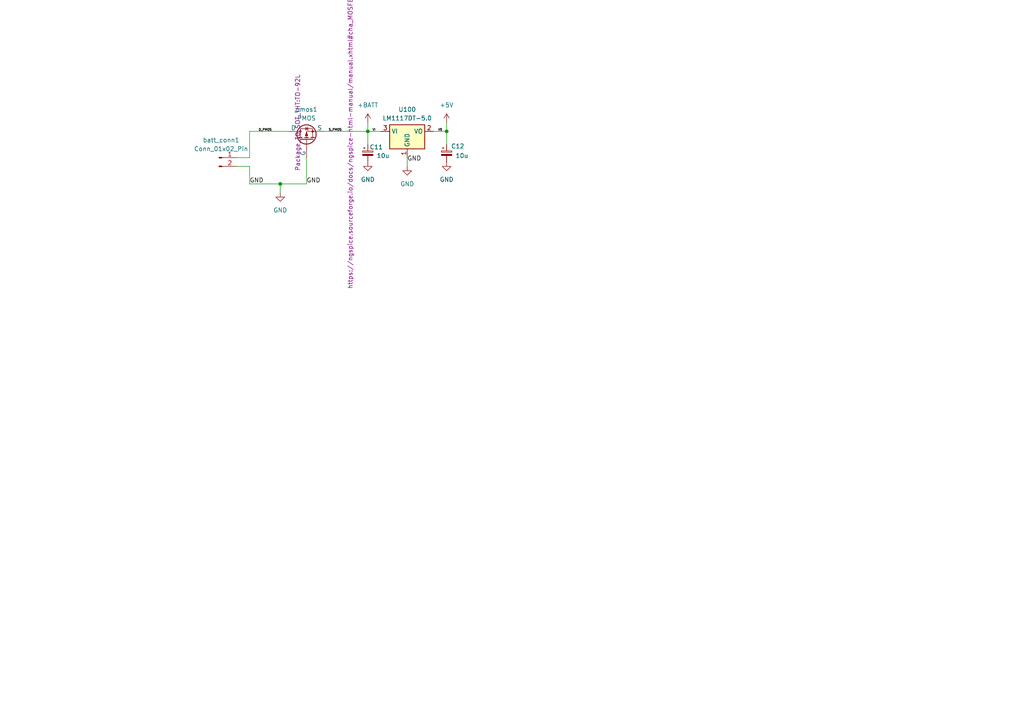
<source format=kicad_sch>
(kicad_sch
	(version 20231120)
	(generator "eeschema")
	(generator_version "8.0")
	(uuid "a8d552ff-5369-4009-ad30-4c1a48372a17")
	(paper "A4")
	(lib_symbols
		(symbol "Connector:Conn_01x02_Pin"
			(pin_names
				(offset 1.016) hide)
			(exclude_from_sim no)
			(in_bom yes)
			(on_board yes)
			(property "Reference" "J"
				(at 0 2.54 0)
				(effects
					(font
						(size 1.27 1.27)
					)
				)
			)
			(property "Value" "Conn_01x02_Pin"
				(at 0 -5.08 0)
				(effects
					(font
						(size 1.27 1.27)
					)
				)
			)
			(property "Footprint" ""
				(at 0 0 0)
				(effects
					(font
						(size 1.27 1.27)
					)
					(hide yes)
				)
			)
			(property "Datasheet" "~"
				(at 0 0 0)
				(effects
					(font
						(size 1.27 1.27)
					)
					(hide yes)
				)
			)
			(property "Description" "Generic connector, single row, 01x02, script generated"
				(at 0 0 0)
				(effects
					(font
						(size 1.27 1.27)
					)
					(hide yes)
				)
			)
			(property "ki_locked" ""
				(at 0 0 0)
				(effects
					(font
						(size 1.27 1.27)
					)
				)
			)
			(property "ki_keywords" "connector"
				(at 0 0 0)
				(effects
					(font
						(size 1.27 1.27)
					)
					(hide yes)
				)
			)
			(property "ki_fp_filters" "Connector*:*_1x??_*"
				(at 0 0 0)
				(effects
					(font
						(size 1.27 1.27)
					)
					(hide yes)
				)
			)
			(symbol "Conn_01x02_Pin_1_1"
				(polyline
					(pts
						(xy 1.27 -2.54) (xy 0.8636 -2.54)
					)
					(stroke
						(width 0.1524)
						(type default)
					)
					(fill
						(type none)
					)
				)
				(polyline
					(pts
						(xy 1.27 0) (xy 0.8636 0)
					)
					(stroke
						(width 0.1524)
						(type default)
					)
					(fill
						(type none)
					)
				)
				(rectangle
					(start 0.8636 -2.413)
					(end 0 -2.667)
					(stroke
						(width 0.1524)
						(type default)
					)
					(fill
						(type outline)
					)
				)
				(rectangle
					(start 0.8636 0.127)
					(end 0 -0.127)
					(stroke
						(width 0.1524)
						(type default)
					)
					(fill
						(type outline)
					)
				)
				(pin passive line
					(at 5.08 0 180)
					(length 3.81)
					(name "Pin_1"
						(effects
							(font
								(size 1.27 1.27)
							)
						)
					)
					(number "1"
						(effects
							(font
								(size 1.27 1.27)
							)
						)
					)
				)
				(pin passive line
					(at 5.08 -2.54 180)
					(length 3.81)
					(name "Pin_2"
						(effects
							(font
								(size 1.27 1.27)
							)
						)
					)
					(number "2"
						(effects
							(font
								(size 1.27 1.27)
							)
						)
					)
				)
			)
		)
		(symbol "Device:C_Polarized_Small"
			(pin_numbers hide)
			(pin_names
				(offset 0.254) hide)
			(exclude_from_sim no)
			(in_bom yes)
			(on_board yes)
			(property "Reference" "C"
				(at 0.254 1.778 0)
				(effects
					(font
						(size 1.27 1.27)
					)
					(justify left)
				)
			)
			(property "Value" "C_Polarized_Small"
				(at 0.254 -2.032 0)
				(effects
					(font
						(size 1.27 1.27)
					)
					(justify left)
				)
			)
			(property "Footprint" ""
				(at 0 0 0)
				(effects
					(font
						(size 1.27 1.27)
					)
					(hide yes)
				)
			)
			(property "Datasheet" "~"
				(at 0 0 0)
				(effects
					(font
						(size 1.27 1.27)
					)
					(hide yes)
				)
			)
			(property "Description" "Polarized capacitor, small symbol"
				(at 0 0 0)
				(effects
					(font
						(size 1.27 1.27)
					)
					(hide yes)
				)
			)
			(property "ki_keywords" "cap capacitor"
				(at 0 0 0)
				(effects
					(font
						(size 1.27 1.27)
					)
					(hide yes)
				)
			)
			(property "ki_fp_filters" "CP_*"
				(at 0 0 0)
				(effects
					(font
						(size 1.27 1.27)
					)
					(hide yes)
				)
			)
			(symbol "C_Polarized_Small_0_1"
				(rectangle
					(start -1.524 -0.3048)
					(end 1.524 -0.6858)
					(stroke
						(width 0)
						(type default)
					)
					(fill
						(type outline)
					)
				)
				(rectangle
					(start -1.524 0.6858)
					(end 1.524 0.3048)
					(stroke
						(width 0)
						(type default)
					)
					(fill
						(type none)
					)
				)
				(polyline
					(pts
						(xy -1.27 1.524) (xy -0.762 1.524)
					)
					(stroke
						(width 0)
						(type default)
					)
					(fill
						(type none)
					)
				)
				(polyline
					(pts
						(xy -1.016 1.27) (xy -1.016 1.778)
					)
					(stroke
						(width 0)
						(type default)
					)
					(fill
						(type none)
					)
				)
			)
			(symbol "C_Polarized_Small_1_1"
				(pin passive line
					(at 0 2.54 270)
					(length 1.8542)
					(name "~"
						(effects
							(font
								(size 1.27 1.27)
							)
						)
					)
					(number "1"
						(effects
							(font
								(size 1.27 1.27)
							)
						)
					)
				)
				(pin passive line
					(at 0 -2.54 90)
					(length 1.8542)
					(name "~"
						(effects
							(font
								(size 1.27 1.27)
							)
						)
					)
					(number "2"
						(effects
							(font
								(size 1.27 1.27)
							)
						)
					)
				)
			)
		)
		(symbol "Regulator_Linear:LM1117DT-5.0"
			(exclude_from_sim no)
			(in_bom yes)
			(on_board yes)
			(property "Reference" "U"
				(at -3.81 3.175 0)
				(effects
					(font
						(size 1.27 1.27)
					)
				)
			)
			(property "Value" "LM1117DT-5.0"
				(at 0 3.175 0)
				(effects
					(font
						(size 1.27 1.27)
					)
					(justify left)
				)
			)
			(property "Footprint" "Package_TO_SOT_SMD:TO-252-3_TabPin2"
				(at 0 0 0)
				(effects
					(font
						(size 1.27 1.27)
					)
					(hide yes)
				)
			)
			(property "Datasheet" "http://www.ti.com/lit/ds/symlink/lm1117.pdf"
				(at 0 0 0)
				(effects
					(font
						(size 1.27 1.27)
					)
					(hide yes)
				)
			)
			(property "Description" "800mA Low-Dropout Linear Regulator, 5.0V fixed output, TO-252"
				(at 0 0 0)
				(effects
					(font
						(size 1.27 1.27)
					)
					(hide yes)
				)
			)
			(property "ki_keywords" "linear regulator ldo fixed positive"
				(at 0 0 0)
				(effects
					(font
						(size 1.27 1.27)
					)
					(hide yes)
				)
			)
			(property "ki_fp_filters" "TO?252*"
				(at 0 0 0)
				(effects
					(font
						(size 1.27 1.27)
					)
					(hide yes)
				)
			)
			(symbol "LM1117DT-5.0_0_1"
				(rectangle
					(start -5.08 -5.08)
					(end 5.08 1.905)
					(stroke
						(width 0.254)
						(type default)
					)
					(fill
						(type background)
					)
				)
			)
			(symbol "LM1117DT-5.0_1_1"
				(pin power_in line
					(at 0 -7.62 90)
					(length 2.54)
					(name "GND"
						(effects
							(font
								(size 1.27 1.27)
							)
						)
					)
					(number "1"
						(effects
							(font
								(size 1.27 1.27)
							)
						)
					)
				)
				(pin power_out line
					(at 7.62 0 180)
					(length 2.54)
					(name "VO"
						(effects
							(font
								(size 1.27 1.27)
							)
						)
					)
					(number "2"
						(effects
							(font
								(size 1.27 1.27)
							)
						)
					)
				)
				(pin power_in line
					(at -7.62 0 0)
					(length 2.54)
					(name "VI"
						(effects
							(font
								(size 1.27 1.27)
							)
						)
					)
					(number "3"
						(effects
							(font
								(size 1.27 1.27)
							)
						)
					)
				)
			)
		)
		(symbol "Simulation_SPICE:PMOS"
			(pin_numbers hide)
			(pin_names
				(offset 0)
			)
			(exclude_from_sim no)
			(in_bom yes)
			(on_board yes)
			(property "Reference" "Q"
				(at 5.08 1.27 0)
				(effects
					(font
						(size 1.27 1.27)
					)
					(justify left)
				)
			)
			(property "Value" "PMOS"
				(at 5.08 -1.27 0)
				(effects
					(font
						(size 1.27 1.27)
					)
					(justify left)
				)
			)
			(property "Footprint" ""
				(at 5.08 2.54 0)
				(effects
					(font
						(size 1.27 1.27)
					)
					(hide yes)
				)
			)
			(property "Datasheet" "https://ngspice.sourceforge.io/docs/ngspice-html-manual/manual.xhtml#cha_MOSFETs"
				(at 0 -12.7 0)
				(effects
					(font
						(size 1.27 1.27)
					)
					(hide yes)
				)
			)
			(property "Description" "P-MOSFET transistor, drain/source/gate"
				(at 0 0 0)
				(effects
					(font
						(size 1.27 1.27)
					)
					(hide yes)
				)
			)
			(property "Sim.Device" "PMOS"
				(at 0 -17.145 0)
				(effects
					(font
						(size 1.27 1.27)
					)
					(hide yes)
				)
			)
			(property "Sim.Type" "VDMOS"
				(at 0 -19.05 0)
				(effects
					(font
						(size 1.27 1.27)
					)
					(hide yes)
				)
			)
			(property "Sim.Pins" "1=D 2=G 3=S"
				(at 0 -15.24 0)
				(effects
					(font
						(size 1.27 1.27)
					)
					(hide yes)
				)
			)
			(property "ki_keywords" "transistor PMOS P-MOS P-MOSFET simulation"
				(at 0 0 0)
				(effects
					(font
						(size 1.27 1.27)
					)
					(hide yes)
				)
			)
			(symbol "PMOS_0_1"
				(polyline
					(pts
						(xy 0.254 0) (xy -2.54 0)
					)
					(stroke
						(width 0)
						(type default)
					)
					(fill
						(type none)
					)
				)
				(polyline
					(pts
						(xy 0.254 1.905) (xy 0.254 -1.905)
					)
					(stroke
						(width 0.254)
						(type default)
					)
					(fill
						(type none)
					)
				)
				(polyline
					(pts
						(xy 0.762 -1.27) (xy 0.762 -2.286)
					)
					(stroke
						(width 0.254)
						(type default)
					)
					(fill
						(type none)
					)
				)
				(polyline
					(pts
						(xy 0.762 0.508) (xy 0.762 -0.508)
					)
					(stroke
						(width 0.254)
						(type default)
					)
					(fill
						(type none)
					)
				)
				(polyline
					(pts
						(xy 0.762 2.286) (xy 0.762 1.27)
					)
					(stroke
						(width 0.254)
						(type default)
					)
					(fill
						(type none)
					)
				)
				(polyline
					(pts
						(xy 2.54 2.54) (xy 2.54 1.778)
					)
					(stroke
						(width 0)
						(type default)
					)
					(fill
						(type none)
					)
				)
				(polyline
					(pts
						(xy 2.54 -2.54) (xy 2.54 0) (xy 0.762 0)
					)
					(stroke
						(width 0)
						(type default)
					)
					(fill
						(type none)
					)
				)
				(polyline
					(pts
						(xy 0.762 1.778) (xy 3.302 1.778) (xy 3.302 -1.778) (xy 0.762 -1.778)
					)
					(stroke
						(width 0)
						(type default)
					)
					(fill
						(type none)
					)
				)
				(polyline
					(pts
						(xy 2.286 0) (xy 1.27 0.381) (xy 1.27 -0.381) (xy 2.286 0)
					)
					(stroke
						(width 0)
						(type default)
					)
					(fill
						(type outline)
					)
				)
				(polyline
					(pts
						(xy 2.794 -0.508) (xy 2.921 -0.381) (xy 3.683 -0.381) (xy 3.81 -0.254)
					)
					(stroke
						(width 0)
						(type default)
					)
					(fill
						(type none)
					)
				)
				(polyline
					(pts
						(xy 3.302 -0.381) (xy 2.921 0.254) (xy 3.683 0.254) (xy 3.302 -0.381)
					)
					(stroke
						(width 0)
						(type default)
					)
					(fill
						(type none)
					)
				)
				(circle
					(center 1.651 0)
					(radius 2.794)
					(stroke
						(width 0.254)
						(type default)
					)
					(fill
						(type none)
					)
				)
				(circle
					(center 2.54 -1.778)
					(radius 0.254)
					(stroke
						(width 0)
						(type default)
					)
					(fill
						(type outline)
					)
				)
				(circle
					(center 2.54 1.778)
					(radius 0.254)
					(stroke
						(width 0)
						(type default)
					)
					(fill
						(type outline)
					)
				)
			)
			(symbol "PMOS_1_1"
				(pin passive line
					(at 2.54 5.08 270)
					(length 2.54)
					(name "D"
						(effects
							(font
								(size 1.27 1.27)
							)
						)
					)
					(number "1"
						(effects
							(font
								(size 1.27 1.27)
							)
						)
					)
				)
				(pin input line
					(at -5.08 0 0)
					(length 2.54)
					(name "G"
						(effects
							(font
								(size 1.27 1.27)
							)
						)
					)
					(number "2"
						(effects
							(font
								(size 1.27 1.27)
							)
						)
					)
				)
				(pin passive line
					(at 2.54 -5.08 90)
					(length 2.54)
					(name "S"
						(effects
							(font
								(size 1.27 1.27)
							)
						)
					)
					(number "3"
						(effects
							(font
								(size 1.27 1.27)
							)
						)
					)
				)
			)
		)
		(symbol "power:+5V"
			(power)
			(pin_numbers hide)
			(pin_names
				(offset 0) hide)
			(exclude_from_sim no)
			(in_bom yes)
			(on_board yes)
			(property "Reference" "#PWR"
				(at 0 -3.81 0)
				(effects
					(font
						(size 1.27 1.27)
					)
					(hide yes)
				)
			)
			(property "Value" "+5V"
				(at 0 3.556 0)
				(effects
					(font
						(size 1.27 1.27)
					)
				)
			)
			(property "Footprint" ""
				(at 0 0 0)
				(effects
					(font
						(size 1.27 1.27)
					)
					(hide yes)
				)
			)
			(property "Datasheet" ""
				(at 0 0 0)
				(effects
					(font
						(size 1.27 1.27)
					)
					(hide yes)
				)
			)
			(property "Description" "Power symbol creates a global label with name \"+5V\""
				(at 0 0 0)
				(effects
					(font
						(size 1.27 1.27)
					)
					(hide yes)
				)
			)
			(property "ki_keywords" "global power"
				(at 0 0 0)
				(effects
					(font
						(size 1.27 1.27)
					)
					(hide yes)
				)
			)
			(symbol "+5V_0_1"
				(polyline
					(pts
						(xy -0.762 1.27) (xy 0 2.54)
					)
					(stroke
						(width 0)
						(type default)
					)
					(fill
						(type none)
					)
				)
				(polyline
					(pts
						(xy 0 0) (xy 0 2.54)
					)
					(stroke
						(width 0)
						(type default)
					)
					(fill
						(type none)
					)
				)
				(polyline
					(pts
						(xy 0 2.54) (xy 0.762 1.27)
					)
					(stroke
						(width 0)
						(type default)
					)
					(fill
						(type none)
					)
				)
			)
			(symbol "+5V_1_1"
				(pin power_in line
					(at 0 0 90)
					(length 0)
					(name "~"
						(effects
							(font
								(size 1.27 1.27)
							)
						)
					)
					(number "1"
						(effects
							(font
								(size 1.27 1.27)
							)
						)
					)
				)
			)
		)
		(symbol "power:+BATT"
			(power)
			(pin_numbers hide)
			(pin_names
				(offset 0) hide)
			(exclude_from_sim no)
			(in_bom yes)
			(on_board yes)
			(property "Reference" "#PWR"
				(at 0 -3.81 0)
				(effects
					(font
						(size 1.27 1.27)
					)
					(hide yes)
				)
			)
			(property "Value" "+BATT"
				(at 0 3.556 0)
				(effects
					(font
						(size 1.27 1.27)
					)
				)
			)
			(property "Footprint" ""
				(at 0 0 0)
				(effects
					(font
						(size 1.27 1.27)
					)
					(hide yes)
				)
			)
			(property "Datasheet" ""
				(at 0 0 0)
				(effects
					(font
						(size 1.27 1.27)
					)
					(hide yes)
				)
			)
			(property "Description" "Power symbol creates a global label with name \"+BATT\""
				(at 0 0 0)
				(effects
					(font
						(size 1.27 1.27)
					)
					(hide yes)
				)
			)
			(property "ki_keywords" "global power battery"
				(at 0 0 0)
				(effects
					(font
						(size 1.27 1.27)
					)
					(hide yes)
				)
			)
			(symbol "+BATT_0_1"
				(polyline
					(pts
						(xy -0.762 1.27) (xy 0 2.54)
					)
					(stroke
						(width 0)
						(type default)
					)
					(fill
						(type none)
					)
				)
				(polyline
					(pts
						(xy 0 0) (xy 0 2.54)
					)
					(stroke
						(width 0)
						(type default)
					)
					(fill
						(type none)
					)
				)
				(polyline
					(pts
						(xy 0 2.54) (xy 0.762 1.27)
					)
					(stroke
						(width 0)
						(type default)
					)
					(fill
						(type none)
					)
				)
			)
			(symbol "+BATT_1_1"
				(pin power_in line
					(at 0 0 90)
					(length 0)
					(name "~"
						(effects
							(font
								(size 1.27 1.27)
							)
						)
					)
					(number "1"
						(effects
							(font
								(size 1.27 1.27)
							)
						)
					)
				)
			)
		)
		(symbol "power:GND"
			(power)
			(pin_numbers hide)
			(pin_names
				(offset 0) hide)
			(exclude_from_sim no)
			(in_bom yes)
			(on_board yes)
			(property "Reference" "#PWR"
				(at 0 -6.35 0)
				(effects
					(font
						(size 1.27 1.27)
					)
					(hide yes)
				)
			)
			(property "Value" "GND"
				(at 0 -3.81 0)
				(effects
					(font
						(size 1.27 1.27)
					)
				)
			)
			(property "Footprint" ""
				(at 0 0 0)
				(effects
					(font
						(size 1.27 1.27)
					)
					(hide yes)
				)
			)
			(property "Datasheet" ""
				(at 0 0 0)
				(effects
					(font
						(size 1.27 1.27)
					)
					(hide yes)
				)
			)
			(property "Description" "Power symbol creates a global label with name \"GND\" , ground"
				(at 0 0 0)
				(effects
					(font
						(size 1.27 1.27)
					)
					(hide yes)
				)
			)
			(property "ki_keywords" "global power"
				(at 0 0 0)
				(effects
					(font
						(size 1.27 1.27)
					)
					(hide yes)
				)
			)
			(symbol "GND_0_1"
				(polyline
					(pts
						(xy 0 0) (xy 0 -1.27) (xy 1.27 -1.27) (xy 0 -2.54) (xy -1.27 -1.27) (xy 0 -1.27)
					)
					(stroke
						(width 0)
						(type default)
					)
					(fill
						(type none)
					)
				)
			)
			(symbol "GND_1_1"
				(pin power_in line
					(at 0 0 270)
					(length 0)
					(name "~"
						(effects
							(font
								(size 1.27 1.27)
							)
						)
					)
					(number "1"
						(effects
							(font
								(size 1.27 1.27)
							)
						)
					)
				)
			)
		)
	)
	(junction
		(at 81.28 53.34)
		(diameter 0)
		(color 0 0 0 0)
		(uuid "25e7243f-c9c6-4223-b31d-7c30212be0e2")
	)
	(junction
		(at 106.68 38.1)
		(diameter 0)
		(color 0 0 0 0)
		(uuid "447c5a52-73ee-417b-805f-82bb437dcb54")
	)
	(junction
		(at 129.54 38.1)
		(diameter 0)
		(color 0 0 0 0)
		(uuid "968c88a2-9435-48f6-a31e-ec7c5af940af")
	)
	(wire
		(pts
			(xy 72.39 38.1) (xy 72.39 45.72)
		)
		(stroke
			(width 0)
			(type default)
		)
		(uuid "200ec918-b102-48e8-8bf6-096ba59d1165")
	)
	(wire
		(pts
			(xy 129.54 35.56) (xy 129.54 38.1)
		)
		(stroke
			(width 0)
			(type default)
		)
		(uuid "20d80364-41b6-42d3-a9b3-a834c30fadf2")
	)
	(wire
		(pts
			(xy 83.82 38.1) (xy 72.39 38.1)
		)
		(stroke
			(width 0)
			(type default)
		)
		(uuid "23f679c3-6187-4bb1-bfa9-81356a896345")
	)
	(wire
		(pts
			(xy 129.54 38.1) (xy 129.54 41.91)
		)
		(stroke
			(width 0)
			(type default)
		)
		(uuid "3090540a-5979-43f9-8397-e2518e6973fe")
	)
	(wire
		(pts
			(xy 72.39 53.34) (xy 81.28 53.34)
		)
		(stroke
			(width 0)
			(type default)
		)
		(uuid "4d063e22-364e-4d27-be18-2a6e2b7f8a66")
	)
	(wire
		(pts
			(xy 72.39 48.26) (xy 72.39 53.34)
		)
		(stroke
			(width 0)
			(type default)
		)
		(uuid "537e8c8e-069f-4496-8eae-5590d2e239c5")
	)
	(wire
		(pts
			(xy 118.11 45.72) (xy 118.11 48.26)
		)
		(stroke
			(width 0)
			(type default)
		)
		(uuid "669f675f-2e14-439e-bda4-6449ff59a447")
	)
	(wire
		(pts
			(xy 125.73 38.1) (xy 129.54 38.1)
		)
		(stroke
			(width 0)
			(type default)
		)
		(uuid "7010ae27-697b-4754-8ccd-abe498cf63dd")
	)
	(wire
		(pts
			(xy 110.49 38.1) (xy 106.68 38.1)
		)
		(stroke
			(width 0)
			(type default)
		)
		(uuid "7b7f268c-58f4-437c-ac01-5269121937c1")
	)
	(wire
		(pts
			(xy 68.58 48.26) (xy 72.39 48.26)
		)
		(stroke
			(width 0)
			(type default)
		)
		(uuid "b52731ee-cb51-4e89-890b-915e6ea5c9cf")
	)
	(wire
		(pts
			(xy 81.28 53.34) (xy 81.28 55.88)
		)
		(stroke
			(width 0)
			(type default)
		)
		(uuid "bb244b9d-dedb-4d66-ba82-b769f719335d")
	)
	(wire
		(pts
			(xy 81.28 53.34) (xy 88.9 53.34)
		)
		(stroke
			(width 0)
			(type default)
		)
		(uuid "c347963f-6d46-49ad-9258-6c6e4e6dfdd5")
	)
	(wire
		(pts
			(xy 68.58 45.72) (xy 72.39 45.72)
		)
		(stroke
			(width 0)
			(type default)
		)
		(uuid "dac24054-c650-481a-9747-783d8aea3a05")
	)
	(wire
		(pts
			(xy 106.68 38.1) (xy 106.68 41.91)
		)
		(stroke
			(width 0)
			(type default)
		)
		(uuid "dddcc057-8315-4784-81a9-1dae8a9b0847")
	)
	(wire
		(pts
			(xy 88.9 45.72) (xy 88.9 53.34)
		)
		(stroke
			(width 0)
			(type default)
		)
		(uuid "ee7726e8-8405-45fc-9ff3-b200afae5f62")
	)
	(wire
		(pts
			(xy 106.68 35.56) (xy 106.68 38.1)
		)
		(stroke
			(width 0)
			(type default)
		)
		(uuid "ef7b42b5-830c-48a3-9879-c8085f5ee410")
	)
	(wire
		(pts
			(xy 93.98 38.1) (xy 106.68 38.1)
		)
		(stroke
			(width 0)
			(type default)
		)
		(uuid "f5f7b3ce-5e86-4754-af5b-5bffa9c55ff7")
	)
	(label "GND"
		(at 118.11 46.99 0)
		(fields_autoplaced yes)
		(effects
			(font
				(size 1.27 1.27)
			)
			(justify left bottom)
		)
		(uuid "0c38b3f7-8d52-401b-8013-590fafde260d")
	)
	(label "S_PMOS"
		(at 95.25 38.1 0)
		(fields_autoplaced yes)
		(effects
			(font
				(size 0.635 0.635)
			)
			(justify left bottom)
		)
		(uuid "8876308f-b682-466d-97fa-cbd0d42bac21")
	)
	(label "GND"
		(at 72.39 53.34 0)
		(fields_autoplaced yes)
		(effects
			(font
				(size 1.27 1.27)
			)
			(justify left bottom)
		)
		(uuid "8a418fac-b924-4b73-87c8-afe5bc075dcf")
	)
	(label "VI"
		(at 107.95 38.1 0)
		(fields_autoplaced yes)
		(effects
			(font
				(size 0.635 0.635)
			)
			(justify left bottom)
		)
		(uuid "9695a6bf-d76e-4b18-876b-ca98ceea6f8c")
	)
	(label "V0"
		(at 127 38.1 0)
		(fields_autoplaced yes)
		(effects
			(font
				(size 0.635 0.635)
			)
			(justify left bottom)
		)
		(uuid "992b045d-3974-4fa4-b8d5-0284d6bcfe27")
	)
	(label "GND"
		(at 88.9 53.34 0)
		(fields_autoplaced yes)
		(effects
			(font
				(size 1.27 1.27)
			)
			(justify left bottom)
		)
		(uuid "a8b47544-6807-49ee-9b65-0979e5c40ff0")
	)
	(label "D_PMOS"
		(at 74.93 38.1 0)
		(fields_autoplaced yes)
		(effects
			(font
				(size 0.635 0.635)
			)
			(justify left bottom)
		)
		(uuid "f2d60ff3-0e81-4446-bc15-36cd363f8c46")
	)
	(symbol
		(lib_id "Simulation_SPICE:PMOS")
		(at 88.9 40.64 90)
		(unit 1)
		(exclude_from_sim no)
		(in_bom yes)
		(on_board yes)
		(dnp no)
		(fields_autoplaced yes)
		(uuid "5cdf1743-8b26-4c0e-9c1f-f0057c1167fe")
		(property "Reference" "pmos1"
			(at 88.9 31.75 90)
			(effects
				(font
					(size 1.27 1.27)
				)
			)
		)
		(property "Value" "PMOS"
			(at 88.9 34.29 90)
			(effects
				(font
					(size 1.27 1.27)
				)
			)
		)
		(property "Footprint" "Package_TO_SOT_THT:TO-92L"
			(at 86.36 35.56 0)
			(effects
				(font
					(size 1.27 1.27)
				)
			)
		)
		(property "Datasheet" "https://ngspice.sourceforge.io/docs/ngspice-html-manual/manual.xhtml#cha_MOSFETs"
			(at 101.6 40.64 0)
			(effects
				(font
					(size 1.27 1.27)
				)
			)
		)
		(property "Description" "P-MOSFET transistor, drain/source/gate"
			(at 88.9 40.64 0)
			(effects
				(font
					(size 1.27 1.27)
				)
				(hide yes)
			)
		)
		(property "Sim.Device" "PMOS"
			(at 106.045 40.64 0)
			(effects
				(font
					(size 1.27 1.27)
				)
				(hide yes)
			)
		)
		(property "Sim.Type" "VDMOS"
			(at 107.95 40.64 0)
			(effects
				(font
					(size 1.27 1.27)
				)
				(hide yes)
			)
		)
		(property "Sim.Pins" "1=D 2=G 3=S"
			(at 104.14 40.64 0)
			(effects
				(font
					(size 1.27 1.27)
				)
				(hide yes)
			)
		)
		(pin "1"
			(uuid "22f254a2-b759-4a7e-ad83-4311daeee344")
		)
		(pin "2"
			(uuid "365ae615-690c-4ee5-b8d1-e5114ef75d33")
		)
		(pin "3"
			(uuid "5bd76c64-7352-489a-9b1e-de3c546ede04")
		)
		(instances
			(project "konar2"
				(path "/c9154aa1-f1b7-423e-bcde-0c6434e2094e/4f8cc590-3289-4489-b517-b98cea91fd2a"
					(reference "pmos1")
					(unit 1)
				)
			)
		)
	)
	(symbol
		(lib_id "Connector:Conn_01x02_Pin")
		(at 63.5 45.72 0)
		(unit 1)
		(exclude_from_sim no)
		(in_bom yes)
		(on_board yes)
		(dnp no)
		(fields_autoplaced yes)
		(uuid "68aed9b4-ba9c-4e33-a224-43773cc3e847")
		(property "Reference" "batt_conn1"
			(at 64.135 40.64 0)
			(effects
				(font
					(size 1.27 1.27)
				)
			)
		)
		(property "Value" "Conn_01x02_Pin"
			(at 64.135 43.18 0)
			(effects
				(font
					(size 1.27 1.27)
				)
			)
		)
		(property "Footprint" "Connector_PinHeader_2.54mm:PinHeader_1x02_P2.54mm_Vertical"
			(at 63.5 45.72 0)
			(effects
				(font
					(size 1.27 1.27)
				)
				(hide yes)
			)
		)
		(property "Datasheet" "~"
			(at 63.5 45.72 0)
			(effects
				(font
					(size 1.27 1.27)
				)
				(hide yes)
			)
		)
		(property "Description" "Generic connector, single row, 01x02, script generated"
			(at 63.5 45.72 0)
			(effects
				(font
					(size 1.27 1.27)
				)
				(hide yes)
			)
		)
		(pin "2"
			(uuid "76b2f038-860f-4e10-b143-f4c9ddf62772")
		)
		(pin "1"
			(uuid "30f45598-0a96-483a-b231-64163aeb5798")
		)
		(instances
			(project "konar2"
				(path "/c9154aa1-f1b7-423e-bcde-0c6434e2094e/4f8cc590-3289-4489-b517-b98cea91fd2a"
					(reference "batt_conn1")
					(unit 1)
				)
			)
		)
	)
	(symbol
		(lib_id "power:GND")
		(at 118.11 48.26 0)
		(unit 1)
		(exclude_from_sim no)
		(in_bom yes)
		(on_board yes)
		(dnp no)
		(fields_autoplaced yes)
		(uuid "990ffa55-60b2-495c-941d-2cc7642bd6d8")
		(property "Reference" "#PWR0119"
			(at 118.11 54.61 0)
			(effects
				(font
					(size 1.27 1.27)
				)
				(hide yes)
			)
		)
		(property "Value" "GND"
			(at 118.11 53.34 0)
			(effects
				(font
					(size 1.27 1.27)
				)
			)
		)
		(property "Footprint" ""
			(at 118.11 48.26 0)
			(effects
				(font
					(size 1.27 1.27)
				)
				(hide yes)
			)
		)
		(property "Datasheet" ""
			(at 118.11 48.26 0)
			(effects
				(font
					(size 1.27 1.27)
				)
				(hide yes)
			)
		)
		(property "Description" "Power symbol creates a global label with name \"GND\" , ground"
			(at 118.11 48.26 0)
			(effects
				(font
					(size 1.27 1.27)
				)
				(hide yes)
			)
		)
		(pin "1"
			(uuid "263ba151-8e83-4aab-8518-91114293a915")
		)
		(instances
			(project "konar1"
				(path "/7e303391-5486-4b35-a8df-33fbbc6d40dd/1b106632-a784-4edc-83be-0508867a2b9a"
					(reference "#PWR0119")
					(unit 1)
				)
			)
			(project "konar2"
				(path "/c9154aa1-f1b7-423e-bcde-0c6434e2094e/4f8cc590-3289-4489-b517-b98cea91fd2a"
					(reference "#PWR024")
					(unit 1)
				)
			)
		)
	)
	(symbol
		(lib_id "Device:C_Polarized_Small")
		(at 106.68 44.45 0)
		(unit 1)
		(exclude_from_sim no)
		(in_bom yes)
		(on_board yes)
		(dnp no)
		(uuid "a5f66b8e-95e8-4bb9-963b-74fa7746adb4")
		(property "Reference" "C11"
			(at 107.188 42.672 0)
			(effects
				(font
					(size 1.27 1.27)
				)
				(justify left)
			)
		)
		(property "Value" "10u"
			(at 109.22 45.1738 0)
			(effects
				(font
					(size 1.27 1.27)
				)
				(justify left)
			)
		)
		(property "Footprint" "Capacitor_Tantalum_SMD:CP_EIA-3528-12_Kemet-T"
			(at 106.68 44.45 0)
			(effects
				(font
					(size 1.27 1.27)
				)
				(hide yes)
			)
		)
		(property "Datasheet" "~"
			(at 106.68 44.45 0)
			(effects
				(font
					(size 1.27 1.27)
				)
				(hide yes)
			)
		)
		(property "Description" "Polarized capacitor, small symbol"
			(at 106.68 44.45 0)
			(effects
				(font
					(size 1.27 1.27)
				)
				(hide yes)
			)
		)
		(pin "1"
			(uuid "2ac3a42e-f90e-48a6-b801-47748a112de1")
		)
		(pin "2"
			(uuid "b889c827-20ef-47be-b23c-2878f90f72f0")
		)
		(instances
			(project "konar1"
				(path "/7e303391-5486-4b35-a8df-33fbbc6d40dd/1b106632-a784-4edc-83be-0508867a2b9a"
					(reference "C11")
					(unit 1)
				)
			)
			(project "konar2"
				(path "/c9154aa1-f1b7-423e-bcde-0c6434e2094e/4f8cc590-3289-4489-b517-b98cea91fd2a"
					(reference "C1")
					(unit 1)
				)
			)
		)
	)
	(symbol
		(lib_id "power:+5V")
		(at 129.54 35.56 0)
		(unit 1)
		(exclude_from_sim no)
		(in_bom yes)
		(on_board yes)
		(dnp no)
		(fields_autoplaced yes)
		(uuid "aedeec13-cfba-47ff-9cfb-ba6e64093b22")
		(property "Reference" "#PWR0100"
			(at 129.54 39.37 0)
			(effects
				(font
					(size 1.27 1.27)
				)
				(hide yes)
			)
		)
		(property "Value" "+5V"
			(at 129.54 30.48 0)
			(effects
				(font
					(size 1.27 1.27)
				)
			)
		)
		(property "Footprint" ""
			(at 129.54 35.56 0)
			(effects
				(font
					(size 1.27 1.27)
				)
				(hide yes)
			)
		)
		(property "Datasheet" ""
			(at 129.54 35.56 0)
			(effects
				(font
					(size 1.27 1.27)
				)
				(hide yes)
			)
		)
		(property "Description" "Power symbol creates a global label with name \"+5V\""
			(at 129.54 35.56 0)
			(effects
				(font
					(size 1.27 1.27)
				)
				(hide yes)
			)
		)
		(pin "1"
			(uuid "597e641d-2bf6-436d-a63b-5b8763c372ef")
		)
		(instances
			(project "konar1"
				(path "/7e303391-5486-4b35-a8df-33fbbc6d40dd/1b106632-a784-4edc-83be-0508867a2b9a"
					(reference "#PWR0100")
					(unit 1)
				)
			)
			(project "konar2"
				(path "/c9154aa1-f1b7-423e-bcde-0c6434e2094e/4f8cc590-3289-4489-b517-b98cea91fd2a"
					(reference "#PWR025")
					(unit 1)
				)
			)
		)
	)
	(symbol
		(lib_id "power:GND")
		(at 129.54 46.99 0)
		(unit 1)
		(exclude_from_sim no)
		(in_bom yes)
		(on_board yes)
		(dnp no)
		(fields_autoplaced yes)
		(uuid "bf861916-b69b-4164-8fb0-256b7d670241")
		(property "Reference" "#PWR0101"
			(at 129.54 53.34 0)
			(effects
				(font
					(size 1.27 1.27)
				)
				(hide yes)
			)
		)
		(property "Value" "GND"
			(at 129.54 52.07 0)
			(effects
				(font
					(size 1.27 1.27)
				)
			)
		)
		(property "Footprint" ""
			(at 129.54 46.99 0)
			(effects
				(font
					(size 1.27 1.27)
				)
				(hide yes)
			)
		)
		(property "Datasheet" ""
			(at 129.54 46.99 0)
			(effects
				(font
					(size 1.27 1.27)
				)
				(hide yes)
			)
		)
		(property "Description" "Power symbol creates a global label with name \"GND\" , ground"
			(at 129.54 46.99 0)
			(effects
				(font
					(size 1.27 1.27)
				)
				(hide yes)
			)
		)
		(pin "1"
			(uuid "d3912ef3-a185-4d22-9314-1dd642f5f72b")
		)
		(instances
			(project "konar1"
				(path "/7e303391-5486-4b35-a8df-33fbbc6d40dd/1b106632-a784-4edc-83be-0508867a2b9a"
					(reference "#PWR0101")
					(unit 1)
				)
			)
			(project "konar2"
				(path "/c9154aa1-f1b7-423e-bcde-0c6434e2094e/4f8cc590-3289-4489-b517-b98cea91fd2a"
					(reference "#PWR026")
					(unit 1)
				)
			)
		)
	)
	(symbol
		(lib_id "Device:C_Polarized_Small")
		(at 129.54 44.45 0)
		(unit 1)
		(exclude_from_sim no)
		(in_bom yes)
		(on_board yes)
		(dnp no)
		(uuid "c4b3dd18-95a6-48ca-8ad6-f97fcd9c5255")
		(property "Reference" "C12"
			(at 130.81 42.418 0)
			(effects
				(font
					(size 1.27 1.27)
				)
				(justify left)
			)
		)
		(property "Value" "10u"
			(at 132.08 45.1738 0)
			(effects
				(font
					(size 1.27 1.27)
				)
				(justify left)
			)
		)
		(property "Footprint" "Capacitor_Tantalum_SMD:CP_EIA-3528-12_Kemet-T"
			(at 129.54 44.45 0)
			(effects
				(font
					(size 1.27 1.27)
				)
				(hide yes)
			)
		)
		(property "Datasheet" "~"
			(at 129.54 44.45 0)
			(effects
				(font
					(size 1.27 1.27)
				)
				(hide yes)
			)
		)
		(property "Description" "Polarized capacitor, small symbol"
			(at 129.54 44.45 0)
			(effects
				(font
					(size 1.27 1.27)
				)
				(hide yes)
			)
		)
		(pin "1"
			(uuid "25d59e21-2b57-4db5-ab21-163c27443123")
		)
		(pin "2"
			(uuid "29ce0d88-e120-470a-bbf3-8f6d38c2e1b3")
		)
		(instances
			(project "konar1"
				(path "/7e303391-5486-4b35-a8df-33fbbc6d40dd/1b106632-a784-4edc-83be-0508867a2b9a"
					(reference "C12")
					(unit 1)
				)
			)
			(project "konar2"
				(path "/c9154aa1-f1b7-423e-bcde-0c6434e2094e/4f8cc590-3289-4489-b517-b98cea91fd2a"
					(reference "C2")
					(unit 1)
				)
			)
		)
	)
	(symbol
		(lib_id "power:GND")
		(at 81.28 55.88 0)
		(unit 1)
		(exclude_from_sim no)
		(in_bom yes)
		(on_board yes)
		(dnp no)
		(fields_autoplaced yes)
		(uuid "c81fbb8f-4085-4f75-ad84-4ecfa0e53cae")
		(property "Reference" "#PWR021"
			(at 81.28 62.23 0)
			(effects
				(font
					(size 1.27 1.27)
				)
				(hide yes)
			)
		)
		(property "Value" "GND"
			(at 81.28 60.96 0)
			(effects
				(font
					(size 1.27 1.27)
				)
			)
		)
		(property "Footprint" ""
			(at 81.28 55.88 0)
			(effects
				(font
					(size 1.27 1.27)
				)
				(hide yes)
			)
		)
		(property "Datasheet" ""
			(at 81.28 55.88 0)
			(effects
				(font
					(size 1.27 1.27)
				)
				(hide yes)
			)
		)
		(property "Description" "Power symbol creates a global label with name \"GND\" , ground"
			(at 81.28 55.88 0)
			(effects
				(font
					(size 1.27 1.27)
				)
				(hide yes)
			)
		)
		(pin "1"
			(uuid "b5bf0d9d-403c-4e95-bfad-7d58c81a4930")
		)
		(instances
			(project "konar2"
				(path "/c9154aa1-f1b7-423e-bcde-0c6434e2094e/4f8cc590-3289-4489-b517-b98cea91fd2a"
					(reference "#PWR021")
					(unit 1)
				)
			)
		)
	)
	(symbol
		(lib_id "power:GND")
		(at 106.68 46.99 0)
		(unit 1)
		(exclude_from_sim no)
		(in_bom yes)
		(on_board yes)
		(dnp no)
		(fields_autoplaced yes)
		(uuid "d0e6440e-6b58-464d-aca3-5dde64298a3b")
		(property "Reference" "#PWR0112"
			(at 106.68 53.34 0)
			(effects
				(font
					(size 1.27 1.27)
				)
				(hide yes)
			)
		)
		(property "Value" "GND"
			(at 106.68 52.07 0)
			(effects
				(font
					(size 1.27 1.27)
				)
			)
		)
		(property "Footprint" ""
			(at 106.68 46.99 0)
			(effects
				(font
					(size 1.27 1.27)
				)
				(hide yes)
			)
		)
		(property "Datasheet" ""
			(at 106.68 46.99 0)
			(effects
				(font
					(size 1.27 1.27)
				)
				(hide yes)
			)
		)
		(property "Description" "Power symbol creates a global label with name \"GND\" , ground"
			(at 106.68 46.99 0)
			(effects
				(font
					(size 1.27 1.27)
				)
				(hide yes)
			)
		)
		(pin "1"
			(uuid "e61b8d06-efcc-47c4-9f88-955e4adee725")
		)
		(instances
			(project "konar1"
				(path "/7e303391-5486-4b35-a8df-33fbbc6d40dd/1b106632-a784-4edc-83be-0508867a2b9a"
					(reference "#PWR0112")
					(unit 1)
				)
			)
			(project "konar2"
				(path "/c9154aa1-f1b7-423e-bcde-0c6434e2094e/4f8cc590-3289-4489-b517-b98cea91fd2a"
					(reference "#PWR023")
					(unit 1)
				)
			)
		)
	)
	(symbol
		(lib_id "power:+BATT")
		(at 106.68 35.56 0)
		(unit 1)
		(exclude_from_sim no)
		(in_bom yes)
		(on_board yes)
		(dnp no)
		(fields_autoplaced yes)
		(uuid "dd972203-835a-4c81-98d4-e761562351bd")
		(property "Reference" "#PWR0111"
			(at 106.68 39.37 0)
			(effects
				(font
					(size 1.27 1.27)
				)
				(hide yes)
			)
		)
		(property "Value" "+BATT"
			(at 106.68 30.48 0)
			(effects
				(font
					(size 1.27 1.27)
				)
			)
		)
		(property "Footprint" ""
			(at 106.68 35.56 0)
			(effects
				(font
					(size 1.27 1.27)
				)
				(hide yes)
			)
		)
		(property "Datasheet" ""
			(at 106.68 35.56 0)
			(effects
				(font
					(size 1.27 1.27)
				)
				(hide yes)
			)
		)
		(property "Description" "Power symbol creates a global label with name \"+BATT\""
			(at 106.68 35.56 0)
			(effects
				(font
					(size 1.27 1.27)
				)
				(hide yes)
			)
		)
		(pin "1"
			(uuid "28c9ef91-506c-451e-8a2f-d54f5c890e05")
		)
		(instances
			(project "konar1"
				(path "/7e303391-5486-4b35-a8df-33fbbc6d40dd/1b106632-a784-4edc-83be-0508867a2b9a"
					(reference "#PWR0111")
					(unit 1)
				)
			)
			(project "konar2"
				(path "/c9154aa1-f1b7-423e-bcde-0c6434e2094e/4f8cc590-3289-4489-b517-b98cea91fd2a"
					(reference "#PWR022")
					(unit 1)
				)
			)
		)
	)
	(symbol
		(lib_id "Regulator_Linear:LM1117DT-5.0")
		(at 118.11 38.1 0)
		(unit 1)
		(exclude_from_sim no)
		(in_bom yes)
		(on_board yes)
		(dnp no)
		(fields_autoplaced yes)
		(uuid "f290563b-0b54-4a72-bc4d-4a0c43feabba")
		(property "Reference" "U100"
			(at 118.11 31.75 0)
			(effects
				(font
					(size 1.27 1.27)
				)
			)
		)
		(property "Value" "LM1117DT-5.0"
			(at 118.11 34.29 0)
			(effects
				(font
					(size 1.27 1.27)
				)
			)
		)
		(property "Footprint" "Package_TO_SOT_SMD:SOT-223"
			(at 118.11 38.1 0)
			(effects
				(font
					(size 1.27 1.27)
				)
				(hide yes)
			)
		)
		(property "Datasheet" "http://www.ti.com/lit/ds/symlink/lm1117.pdf"
			(at 118.11 38.1 0)
			(effects
				(font
					(size 1.27 1.27)
				)
				(hide yes)
			)
		)
		(property "Description" "800mA Low-Dropout Linear Regulator, 5.0V fixed output, TO-252"
			(at 118.11 38.1 0)
			(effects
				(font
					(size 1.27 1.27)
				)
				(hide yes)
			)
		)
		(pin "2"
			(uuid "b022e8b2-ff70-4939-8923-e04e907f5ab5")
		)
		(pin "3"
			(uuid "aec5c891-6143-406e-8fa6-bdc17e2b6b20")
		)
		(pin "1"
			(uuid "dbce1bbf-af79-4f38-a470-55db00329006")
		)
		(instances
			(project "konar1"
				(path "/7e303391-5486-4b35-a8df-33fbbc6d40dd/1b106632-a784-4edc-83be-0508867a2b9a"
					(reference "U100")
					(unit 1)
				)
			)
			(project "konar2"
				(path "/c9154aa1-f1b7-423e-bcde-0c6434e2094e/4f8cc590-3289-4489-b517-b98cea91fd2a"
					(reference "VOLTAGE_STAB1")
					(unit 1)
				)
			)
		)
	)
)
</source>
